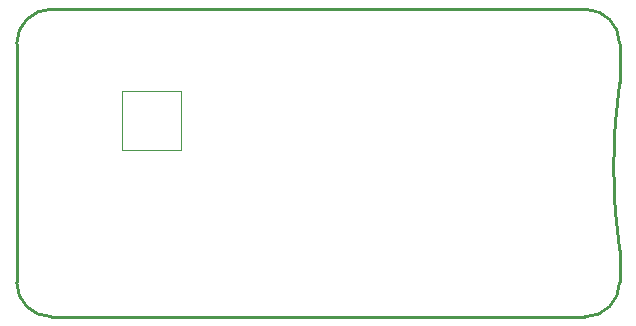
<source format=gm1>
G04*
G04 #@! TF.GenerationSoftware,Altium Limited,Altium Designer,21.6.1 (37)*
G04*
G04 Layer_Color=16711935*
%FSLAX25Y25*%
%MOIN*%
G70*
G04*
G04 #@! TF.SameCoordinates,93F7CD1F-D677-4927-938F-0EEAFF98D495*
G04*
G04*
G04 #@! TF.FilePolarity,Positive*
G04*
G01*
G75*
%ADD10C,0.01000*%
%ADD107C,0.00000*%
D10*
X201000Y77900D02*
G03*
X201000Y22100I193352J-27900D01*
G01*
X11500Y102500D02*
G03*
X0Y91000I0J-11500D01*
G01*
X201000D02*
G03*
X189500Y102500I-11500J0D01*
G01*
Y0D02*
G03*
X201000Y11500I0J11500D01*
G01*
X0D02*
G03*
X11500Y0I11500J0D01*
G01*
X201000Y77900D02*
Y91000D01*
Y11500D02*
Y22100D01*
X11500Y102500D02*
X189500D01*
X0Y11500D02*
Y91000D01*
X11500Y0D02*
X189500D01*
D107*
X35150Y55550D02*
Y75250D01*
Y55550D02*
X54850D01*
Y75250D01*
X35150D02*
X54850D01*
Y58894D02*
Y60094D01*
Y58894D02*
Y60094D01*
Y60863D02*
Y62063D01*
Y60863D02*
Y62063D01*
Y62831D02*
Y64031D01*
Y62831D02*
Y64031D01*
Y64800D02*
Y66000D01*
Y64800D02*
Y66000D01*
Y66768D02*
Y67968D01*
Y66768D02*
Y67968D01*
Y68737D02*
Y69937D01*
Y68737D02*
Y69937D01*
Y70705D02*
Y71905D01*
Y70705D02*
Y71905D01*
X50305Y75250D02*
X51506D01*
X50305D02*
X51506D01*
X48337D02*
X49537D01*
X48337D02*
X49537D01*
X46369D02*
X47569D01*
X46369D02*
X47569D01*
X44400D02*
X45600D01*
X44400D02*
X45600D01*
X42432D02*
X43632D01*
X42432D02*
X43632D01*
X40463D02*
X41663D01*
X40463D02*
X41663D01*
X38495D02*
X39694D01*
X38495D02*
X39694D01*
X35150Y70705D02*
Y71905D01*
Y70705D02*
Y71905D01*
Y68737D02*
Y69937D01*
Y68737D02*
Y69937D01*
Y66768D02*
Y67968D01*
Y66768D02*
Y67968D01*
Y64800D02*
Y66000D01*
Y64800D02*
Y66000D01*
Y62831D02*
Y64031D01*
Y62831D02*
Y64031D01*
Y60863D02*
Y62063D01*
Y60863D02*
Y62063D01*
Y58894D02*
Y60094D01*
Y58894D02*
Y60094D01*
X38495Y55550D02*
X39694D01*
X38495D02*
X39694D01*
X40463D02*
X41663D01*
X40463D02*
X41663D01*
X42432D02*
X43632D01*
X42432D02*
X43632D01*
X44400D02*
X45600D01*
X44400D02*
X45600D01*
X46369D02*
X47569D01*
X46369D02*
X47569D01*
X48337D02*
X49537D01*
X48337D02*
X49537D01*
X50305D02*
X51506D01*
X50305D02*
X51506D01*
M02*

</source>
